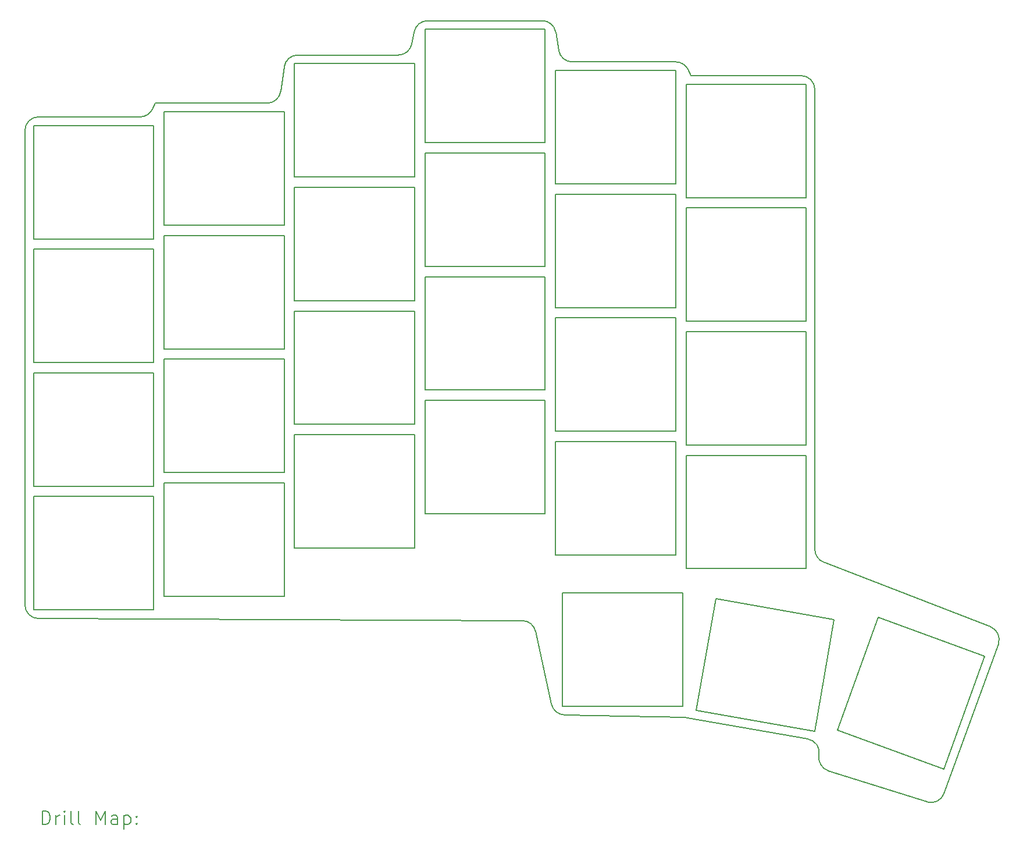
<source format=gbr>
%TF.GenerationSoftware,KiCad,Pcbnew,8.0.5-8.0.5-0~ubuntu20.04.1*%
%TF.CreationDate,2024-10-04T15:10:40+02:00*%
%TF.ProjectId,switchplate,73776974-6368-4706-9c61-74652e6b6963,v1.0.0*%
%TF.SameCoordinates,Original*%
%TF.FileFunction,Drillmap*%
%TF.FilePolarity,Positive*%
%FSLAX45Y45*%
G04 Gerber Fmt 4.5, Leading zero omitted, Abs format (unit mm)*
G04 Created by KiCad (PCBNEW 8.0.5-8.0.5-0~ubuntu20.04.1) date 2024-10-04 15:10:40*
%MOMM*%
%LPD*%
G01*
G04 APERTURE LIST*
%ADD10C,0.150000*%
%ADD11C,0.200000*%
G04 APERTURE END LIST*
D10*
X22380635Y-18497002D02*
X23171528Y-16324040D01*
X22132433Y-18619303D02*
X20698342Y-18166122D01*
X20561644Y-17940687D02*
X20562463Y-17936041D01*
X20400231Y-17704349D02*
X18642661Y-17394442D01*
X18612265Y-17391451D02*
X16857342Y-17353411D01*
X16666312Y-17196269D02*
X16434298Y-16137515D01*
X16239772Y-15980329D02*
X9199162Y-15950834D01*
X9000000Y-15750836D02*
X9000000Y-8850000D01*
X9200000Y-8650000D02*
X10676393Y-8650000D01*
X10855279Y-8539443D02*
X10900000Y-8450000D01*
X10900000Y-8450000D02*
X12526541Y-8450000D01*
X12724531Y-8278284D02*
X12775469Y-7921716D01*
X12973459Y-7750000D02*
X14436039Y-7750000D01*
X14632155Y-7589223D02*
X14667845Y-7410777D01*
X14863961Y-7250000D02*
X16530575Y-7250000D01*
X16727853Y-7417120D02*
X16772147Y-7682880D01*
X16969425Y-7850000D02*
X18476393Y-7850000D01*
X18655279Y-7960557D02*
X18700000Y-8050000D01*
X18700000Y-8050000D02*
X20300000Y-8050000D01*
X20500000Y-8250000D02*
X20500000Y-14942947D01*
X20627815Y-15129466D02*
X23055775Y-16069118D01*
X22380635Y-18497002D02*
G75*
G02*
X22132433Y-18619303I-187939J68404D01*
G01*
X20698342Y-18166122D02*
G75*
G02*
X20561644Y-17940687I60264J190705D01*
G01*
X20400231Y-17704349D02*
G75*
G02*
X20562463Y-17936041I-34730J-196962D01*
G01*
X18612265Y-17391451D02*
G75*
G02*
X18642661Y-17394442I-4334J-199953D01*
G01*
X16857342Y-17353411D02*
G75*
G02*
X16666312Y-17196269I4334J199953D01*
G01*
X16239772Y-15980329D02*
G75*
G02*
X16434298Y-16137515I-838J-199998D01*
G01*
X9199162Y-15950834D02*
G75*
G02*
X9000000Y-15750836I838J199998D01*
G01*
X9000000Y-8850000D02*
G75*
G02*
X9200000Y-8650000I200000J0D01*
G01*
X10855279Y-8539443D02*
G75*
G02*
X10676393Y-8650000I-178885J89443D01*
G01*
X12724531Y-8278284D02*
G75*
G02*
X12526541Y-8450000I-197990J28284D01*
G01*
X12775469Y-7921716D02*
G75*
G02*
X12973459Y-7750000I197990J-28284D01*
G01*
X14632155Y-7589223D02*
G75*
G02*
X14436039Y-7750000I-196116J39223D01*
G01*
X14667845Y-7410777D02*
G75*
G02*
X14863961Y-7250000I196116J-39223D01*
G01*
X16530575Y-7250000D02*
G75*
G02*
X16727853Y-7417120I0J-200000D01*
G01*
X16969425Y-7850000D02*
G75*
G02*
X16772147Y-7682880I0J200000D01*
G01*
X18476393Y-7850000D02*
G75*
G02*
X18655279Y-7960557I0J-200000D01*
G01*
X20300000Y-8050000D02*
G75*
G02*
X20500000Y-8250000I0J-200000D01*
G01*
X20627815Y-15129466D02*
G75*
G02*
X20500000Y-14942947I72185J186519D01*
G01*
X23055775Y-16069118D02*
G75*
G02*
X23171528Y-16324040I-72185J-186519D01*
G01*
X9125000Y-15825000D02*
X10875000Y-15825000D01*
X10875000Y-15825000D02*
X10875000Y-14175000D01*
X10875000Y-14175000D02*
X9125000Y-14175000D01*
X9125000Y-14175000D02*
X9125000Y-15825000D01*
X9125000Y-14025000D02*
X10875000Y-14025000D01*
X10875000Y-14025000D02*
X10875000Y-12375000D01*
X10875000Y-12375000D02*
X9125000Y-12375000D01*
X9125000Y-12375000D02*
X9125000Y-14025000D01*
X9125000Y-12225000D02*
X10875000Y-12225000D01*
X10875000Y-12225000D02*
X10875000Y-10575000D01*
X10875000Y-10575000D02*
X9125000Y-10575000D01*
X9125000Y-10575000D02*
X9125000Y-12225000D01*
X9125000Y-10425000D02*
X10875000Y-10425000D01*
X10875000Y-10425000D02*
X10875000Y-8775000D01*
X10875000Y-8775000D02*
X9125000Y-8775000D01*
X9125000Y-8775000D02*
X9125000Y-10425000D01*
X11025000Y-15625000D02*
X12775000Y-15625000D01*
X12775000Y-15625000D02*
X12775000Y-13975000D01*
X12775000Y-13975000D02*
X11025000Y-13975000D01*
X11025000Y-13975000D02*
X11025000Y-15625000D01*
X11025000Y-13825000D02*
X12775000Y-13825000D01*
X12775000Y-13825000D02*
X12775000Y-12175000D01*
X12775000Y-12175000D02*
X11025000Y-12175000D01*
X11025000Y-12175000D02*
X11025000Y-13825000D01*
X11025000Y-12025000D02*
X12775000Y-12025000D01*
X12775000Y-12025000D02*
X12775000Y-10375000D01*
X12775000Y-10375000D02*
X11025000Y-10375000D01*
X11025000Y-10375000D02*
X11025000Y-12025000D01*
X11025000Y-10225000D02*
X12775000Y-10225000D01*
X12775000Y-10225000D02*
X12775000Y-8575000D01*
X12775000Y-8575000D02*
X11025000Y-8575000D01*
X11025000Y-8575000D02*
X11025000Y-10225000D01*
X12925000Y-14925000D02*
X14675000Y-14925000D01*
X14675000Y-14925000D02*
X14675000Y-13275000D01*
X14675000Y-13275000D02*
X12925000Y-13275000D01*
X12925000Y-13275000D02*
X12925000Y-14925000D01*
X12925000Y-13125000D02*
X14675000Y-13125000D01*
X14675000Y-13125000D02*
X14675000Y-11475000D01*
X14675000Y-11475000D02*
X12925000Y-11475000D01*
X12925000Y-11475000D02*
X12925000Y-13125000D01*
X12925000Y-11325000D02*
X14675000Y-11325000D01*
X14675000Y-11325000D02*
X14675000Y-9675000D01*
X14675000Y-9675000D02*
X12925000Y-9675000D01*
X12925000Y-9675000D02*
X12925000Y-11325000D01*
X12925000Y-9525000D02*
X14675000Y-9525000D01*
X14675000Y-9525000D02*
X14675000Y-7875000D01*
X14675000Y-7875000D02*
X12925000Y-7875000D01*
X12925000Y-7875000D02*
X12925000Y-9525000D01*
X14825000Y-14425000D02*
X16575000Y-14425000D01*
X16575000Y-14425000D02*
X16575000Y-12775000D01*
X16575000Y-12775000D02*
X14825000Y-12775000D01*
X14825000Y-12775000D02*
X14825000Y-14425000D01*
X14825000Y-12625000D02*
X16575000Y-12625000D01*
X16575000Y-12625000D02*
X16575000Y-10975000D01*
X16575000Y-10975000D02*
X14825000Y-10975000D01*
X14825000Y-10975000D02*
X14825000Y-12625000D01*
X14825000Y-10825000D02*
X16575000Y-10825000D01*
X16575000Y-10825000D02*
X16575000Y-9175000D01*
X16575000Y-9175000D02*
X14825000Y-9175000D01*
X14825000Y-9175000D02*
X14825000Y-10825000D01*
X14825000Y-9025000D02*
X16575000Y-9025000D01*
X16575000Y-9025000D02*
X16575000Y-7375000D01*
X16575000Y-7375000D02*
X14825000Y-7375000D01*
X14825000Y-7375000D02*
X14825000Y-9025000D01*
X16725000Y-15025000D02*
X18475000Y-15025000D01*
X18475000Y-15025000D02*
X18475000Y-13375000D01*
X18475000Y-13375000D02*
X16725000Y-13375000D01*
X16725000Y-13375000D02*
X16725000Y-15025000D01*
X16725000Y-13225000D02*
X18475000Y-13225000D01*
X18475000Y-13225000D02*
X18475000Y-11575000D01*
X18475000Y-11575000D02*
X16725000Y-11575000D01*
X16725000Y-11575000D02*
X16725000Y-13225000D01*
X16725000Y-11425000D02*
X18475000Y-11425000D01*
X18475000Y-11425000D02*
X18475000Y-9775000D01*
X18475000Y-9775000D02*
X16725000Y-9775000D01*
X16725000Y-9775000D02*
X16725000Y-11425000D01*
X16725000Y-9625000D02*
X18475000Y-9625000D01*
X18475000Y-9625000D02*
X18475000Y-7975000D01*
X18475000Y-7975000D02*
X16725000Y-7975000D01*
X16725000Y-7975000D02*
X16725000Y-9625000D01*
X18625000Y-15225000D02*
X20375000Y-15225000D01*
X20375000Y-15225000D02*
X20375000Y-13575000D01*
X20375000Y-13575000D02*
X18625000Y-13575000D01*
X18625000Y-13575000D02*
X18625000Y-15225000D01*
X18625000Y-13425000D02*
X20375000Y-13425000D01*
X20375000Y-13425000D02*
X20375000Y-11775000D01*
X20375000Y-11775000D02*
X18625000Y-11775000D01*
X18625000Y-11775000D02*
X18625000Y-13425000D01*
X18625000Y-11625000D02*
X20375000Y-11625000D01*
X20375000Y-11625000D02*
X20375000Y-9975000D01*
X20375000Y-9975000D02*
X18625000Y-9975000D01*
X18625000Y-9975000D02*
X18625000Y-11625000D01*
X18625000Y-9825000D02*
X20375000Y-9825000D01*
X20375000Y-9825000D02*
X20375000Y-8175000D01*
X20375000Y-8175000D02*
X18625000Y-8175000D01*
X18625000Y-8175000D02*
X18625000Y-9825000D01*
X16825000Y-17225000D02*
X18575000Y-17225000D01*
X18575000Y-17225000D02*
X18575000Y-15575000D01*
X18575000Y-15575000D02*
X16825000Y-15575000D01*
X16825000Y-15575000D02*
X16825000Y-17225000D01*
X18772385Y-17290388D02*
X20495798Y-17594272D01*
X20495798Y-17594272D02*
X20782318Y-15969339D01*
X20782318Y-15969339D02*
X19058904Y-15665455D01*
X19058904Y-15665455D02*
X18772385Y-17290388D01*
X22377209Y-18140938D02*
X22975745Y-16496476D01*
X22975745Y-16496476D02*
X21425252Y-15932143D01*
X21425252Y-15932143D02*
X20826717Y-17576605D01*
X20826717Y-17576605D02*
X22377209Y-18140938D01*
D11*
X9253277Y-18947582D02*
X9253277Y-18747582D01*
X9253277Y-18747582D02*
X9300896Y-18747582D01*
X9300896Y-18747582D02*
X9329467Y-18757105D01*
X9329467Y-18757105D02*
X9348515Y-18776153D01*
X9348515Y-18776153D02*
X9358039Y-18795201D01*
X9358039Y-18795201D02*
X9367563Y-18833296D01*
X9367563Y-18833296D02*
X9367563Y-18861867D01*
X9367563Y-18861867D02*
X9358039Y-18899963D01*
X9358039Y-18899963D02*
X9348515Y-18919010D01*
X9348515Y-18919010D02*
X9329467Y-18938058D01*
X9329467Y-18938058D02*
X9300896Y-18947582D01*
X9300896Y-18947582D02*
X9253277Y-18947582D01*
X9453277Y-18947582D02*
X9453277Y-18814248D01*
X9453277Y-18852344D02*
X9462801Y-18833296D01*
X9462801Y-18833296D02*
X9472324Y-18823772D01*
X9472324Y-18823772D02*
X9491372Y-18814248D01*
X9491372Y-18814248D02*
X9510420Y-18814248D01*
X9577086Y-18947582D02*
X9577086Y-18814248D01*
X9577086Y-18747582D02*
X9567563Y-18757105D01*
X9567563Y-18757105D02*
X9577086Y-18766629D01*
X9577086Y-18766629D02*
X9586610Y-18757105D01*
X9586610Y-18757105D02*
X9577086Y-18747582D01*
X9577086Y-18747582D02*
X9577086Y-18766629D01*
X9700896Y-18947582D02*
X9681848Y-18938058D01*
X9681848Y-18938058D02*
X9672324Y-18919010D01*
X9672324Y-18919010D02*
X9672324Y-18747582D01*
X9805658Y-18947582D02*
X9786610Y-18938058D01*
X9786610Y-18938058D02*
X9777086Y-18919010D01*
X9777086Y-18919010D02*
X9777086Y-18747582D01*
X10034229Y-18947582D02*
X10034229Y-18747582D01*
X10034229Y-18747582D02*
X10100896Y-18890439D01*
X10100896Y-18890439D02*
X10167563Y-18747582D01*
X10167563Y-18747582D02*
X10167563Y-18947582D01*
X10348515Y-18947582D02*
X10348515Y-18842820D01*
X10348515Y-18842820D02*
X10338991Y-18823772D01*
X10338991Y-18823772D02*
X10319944Y-18814248D01*
X10319944Y-18814248D02*
X10281848Y-18814248D01*
X10281848Y-18814248D02*
X10262801Y-18823772D01*
X10348515Y-18938058D02*
X10329467Y-18947582D01*
X10329467Y-18947582D02*
X10281848Y-18947582D01*
X10281848Y-18947582D02*
X10262801Y-18938058D01*
X10262801Y-18938058D02*
X10253277Y-18919010D01*
X10253277Y-18919010D02*
X10253277Y-18899963D01*
X10253277Y-18899963D02*
X10262801Y-18880915D01*
X10262801Y-18880915D02*
X10281848Y-18871391D01*
X10281848Y-18871391D02*
X10329467Y-18871391D01*
X10329467Y-18871391D02*
X10348515Y-18861867D01*
X10443753Y-18814248D02*
X10443753Y-19014248D01*
X10443753Y-18823772D02*
X10462801Y-18814248D01*
X10462801Y-18814248D02*
X10500896Y-18814248D01*
X10500896Y-18814248D02*
X10519944Y-18823772D01*
X10519944Y-18823772D02*
X10529467Y-18833296D01*
X10529467Y-18833296D02*
X10538991Y-18852344D01*
X10538991Y-18852344D02*
X10538991Y-18909486D01*
X10538991Y-18909486D02*
X10529467Y-18928534D01*
X10529467Y-18928534D02*
X10519944Y-18938058D01*
X10519944Y-18938058D02*
X10500896Y-18947582D01*
X10500896Y-18947582D02*
X10462801Y-18947582D01*
X10462801Y-18947582D02*
X10443753Y-18938058D01*
X10624705Y-18928534D02*
X10634229Y-18938058D01*
X10634229Y-18938058D02*
X10624705Y-18947582D01*
X10624705Y-18947582D02*
X10615182Y-18938058D01*
X10615182Y-18938058D02*
X10624705Y-18928534D01*
X10624705Y-18928534D02*
X10624705Y-18947582D01*
X10624705Y-18823772D02*
X10634229Y-18833296D01*
X10634229Y-18833296D02*
X10624705Y-18842820D01*
X10624705Y-18842820D02*
X10615182Y-18833296D01*
X10615182Y-18833296D02*
X10624705Y-18823772D01*
X10624705Y-18823772D02*
X10624705Y-18842820D01*
M02*

</source>
